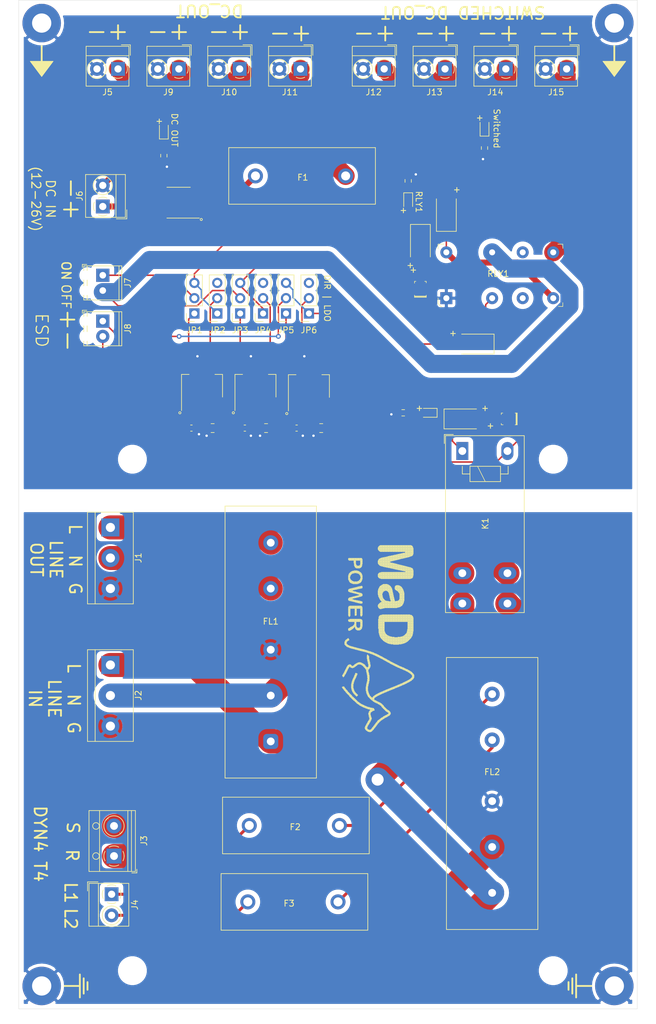
<source format=kicad_pcb>
(kicad_pcb (version 20171130) (host pcbnew "(5.1.9)-1")
  (layers (0 F.Cu signal) (31 B.Cu signal) (34 B.Paste user) (35 F.Paste user) (36 B.SilkS user) (37 F.SilkS user) (38 B.Mask user) (39 F.Mask user) (44 Edge.Cuts user))
  (net 0 "")
  (net 1 GND)
  (net 2 LDO_ON_IN)
  (net 3 LDO_OFF_IN)
  (net 4 LDO_AC_IN)
  (net 5 LDO_ON_OUT)
  (net 6 LDO_OFF_OUT)
  (net 7 LDO_AC_OUT)
  (net 8 "Net-(D1-Pad1)")
  (net 9 DC_IN_+)
  (net 10 DC_SW_+)
  (net 11 "Net-(D2-Pad1)")
  (net 12 Latch_DC)
  (net 13 "Net-(D3-Pad1)")
  (net 14 "Net-(D4-Pad2)")
  (net 15 "Net-(D4-Pad1)")
  (net 16 Coil_AC)
  (net 17 "Net-(D5-Pad2)")
  (net 18 Coil_DC)
  (net 19 "Net-(D7-Pad1)")
  (net 20 "Net-(D8-Pad1)")
  (net 21 Earth_Protective)
  (net 22 Neut_IN)
  (net 23 Line_IN)
  (net 24 Line_Servo)
  (net 25 Neut_Servo)
  (net 26 Neut_Fuse)
  (net 27 LIne_Fuse)
  (net 28 Neut_DC_PWR)
  (net 29 LIne_Logic)
  (net 30 Neut_Logic)
  (net 31 "Net-(J6-Pad1)")
  (net 32 SW_OFF)
  (net 33 SW_ON)
  (net 34 ESD_+)
  (net 35 ESD_-)
  (net 36 "Net-(JP2-Pad3)")
  (net 37 "Net-(JP4-Pad3)")
  (net 38 "Net-(JP6-Pad3)")
  (net 39 "Net-(F1-Pad1)")
  (net 40 "Net-(RLY1-Pad6)")
  (net 41 "Net-(RLY1-Pad11)")
  (net 42 Line_DC_PWR)
  (module MaD_Power_Board:LOGO (layer F.Cu) (at 136.144 99.06 270)
    (fp_text reference LOGO hide)
    (fp_text value "" (at 0 0 90) (layer F.SilkS) (effects (font (size 1.27 1.27))))
  )
  (module MountingHole:MountingHole_3.2mm_M3_Pad (layer F.Cu) (at 165.1 177.8)
    (fp_text reference H4 hide)
    (fp_text value MountingHole_Pad)
    (pad 1 thru_hole circle (at 0 0) (size 6.4 6.4) (drill 3.2) (layers *.Cu *.Mask) (net 21 Earth_Protective))
  )
  (module MountingHole:MountingHole_3.2mm_M3 (layer F.Cu) (at 154.94 175.26)
    (fp_text reference REF** hide)
    (fp_text value MountingHole_3.2mm_M3)
    (pad 1 np_thru_hole circle (at 0 0) (size 3.2 3.2) (drill 3.2) (layers *.Cu *.Mask))
  )
  (module MountingHole:MountingHole_3.2mm_M3 (layer F.Cu) (at 84.94 175.26)
    (fp_text reference REF** hide)
    (fp_text value MountingHole_3.2mm_M3)
    (pad 1 np_thru_hole circle (at 0 0) (size 3.2 3.2) (drill 3.2) (layers *.Cu *.Mask))
  )
  (module MountingHole:MountingHole_3.2mm_M3 (layer F.Cu) (at 84.94 90.26)
    (fp_text reference REF** hide)
    (fp_text value MountingHole_3.2mm_M3)
    (pad 1 np_thru_hole circle (at 0 0) (size 3.2 3.2) (drill 3.2) (layers *.Cu *.Mask))
  )
  (module MountingHole:MountingHole_3.2mm_M3 (layer F.Cu) (at 154.94 90.26)
    (fp_text reference REF** hide)
    (fp_text value MountingHole_3.2mm_M3)
    (pad 1 np_thru_hole circle (at 0 0) (size 3.2 3.2) (drill 3.2) (layers *.Cu *.Mask))
  )
  (module Capacitor_SMD:C_0603_1608Metric (layer F.Cu) (at 94.755 85.09)
    (fp_text reference C1 hide)
    (fp_text value 0.47uF)
    (pad 2 smd roundrect (at 0.775 0) (size 0.9 0.95) (layers F.Cu F.Paste F.Mask) (net 1 GND))
    (pad 1 smd roundrect (at -0.775 0) (size 0.9 0.95) (layers F.Cu F.Paste F.Mask) (net 2 LDO_ON_IN))
  )
  (module Capacitor_SMD:C_0603_1608Metric (layer F.Cu) (at 103.645 85.09)
    (fp_text reference C2 hide)
    (fp_text value 0.47uF)
    (pad 2 smd roundrect (at 0.775 0) (size 0.9 0.95) (layers F.Cu F.Paste F.Mask) (net 1 GND))
    (pad 1 smd roundrect (at -0.775 0) (size 0.9 0.95) (layers F.Cu F.Paste F.Mask) (net 3 LDO_OFF_IN))
  )
  (module Capacitor_SMD:C_0603_1608Metric (layer F.Cu) (at 112.255 85.09)
    (fp_text reference C3 hide)
    (fp_text value 0.47uF)
    (pad 1 smd roundrect (at -0.775 0) (size 0.9 0.95) (layers F.Cu F.Paste F.Mask) (net 4 LDO_AC_IN))
    (pad 2 smd roundrect (at 0.775 0) (size 0.9 0.95) (layers F.Cu F.Paste F.Mask) (net 1 GND))
  )
  (module LED_SMD:LED_0603_1608Metric (layer F.Cu) (at 90.17 35.56 90)
    (fp_text reference D1 hide)
    (fp_text value GRN)
    (pad 1 smd roundrect (at -0.7875 0 90) (size 0.875 0.95) (layers F.Cu F.Paste F.Mask) (net 8 "Net-(D1-Pad1)"))
    (pad 2 smd roundrect (at 0.7875 0 90) (size 0.875 0.95) (layers F.Cu F.Paste F.Mask) (net 9 DC_IN_+))
  )
  (module LED_SMD:LED_0603_1608Metric (layer F.Cu) (at 143.51 35.0775 90)
    (fp_text reference D2 hide)
    (fp_text value RED)
    (pad 2 smd roundrect (at 0.7875 0 90) (size 0.875 0.95) (layers F.Cu F.Paste F.Mask) (net 10 DC_SW_+))
    (pad 1 smd roundrect (at -0.7875 0 90) (size 0.875 0.95) (layers F.Cu F.Paste F.Mask) (net 11 "Net-(D2-Pad1)"))
  )
  (module Diode_SMD:D_SMA (layer F.Cu) (at 141.7 71.12 180)
    (fp_text reference D3 hide)
    (fp_text value "SS14 DO-214 AC (40V 1A)")
    (pad 2 smd rect (at 2 0 180) (size 2.5 1.8) (layers F.Cu F.Paste F.Mask) (net 12 Latch_DC))
    (pad 1 smd rect (at -2 0 180) (size 2.5 1.8) (layers F.Cu F.Paste F.Mask) (net 13 "Net-(D3-Pad1)"))
  )
  (module Diode_SMD:D_SMA (layer F.Cu) (at 132.842 54.642 270)
    (fp_text reference D4 hide)
    (fp_text value "SS14 DO-214 AC (40V 1A)")
    (pad 2 smd rect (at 2 0 270) (size 2.5 1.8) (layers F.Cu F.Paste F.Mask) (net 14 "Net-(D4-Pad2)"))
    (pad 1 smd rect (at -2 0 270) (size 2.5 1.8) (layers F.Cu F.Paste F.Mask) (net 15 "Net-(D4-Pad1)"))
  )
  (module Diode_SMD:D_SMA (layer F.Cu) (at 140.176 83.566)
    (fp_text reference D5 hide)
    (fp_text value "SS14 DO-214 AC (40V 1A)")
    (pad 1 smd rect (at -2 0) (size 2.5 1.8) (layers F.Cu F.Paste F.Mask) (net 16 Coil_AC))
    (pad 2 smd rect (at 2 0) (size 2.5 1.8) (layers F.Cu F.Paste F.Mask) (net 17 "Net-(D5-Pad2)"))
  )
  (module Diode_SMD:D_SMA (layer F.Cu) (at 137.16 48.99 90)
    (fp_text reference D6 hide)
    (fp_text value "SS14 DO-214 AC (40V 1A)")
    (pad 1 smd rect (at -2 0 90) (size 2.5 1.8) (layers F.Cu F.Paste F.Mask) (net 15 "Net-(D4-Pad1)"))
    (pad 2 smd rect (at 2 0 90) (size 2.5 1.8) (layers F.Cu F.Paste F.Mask) (net 18 Coil_DC))
  )
  (module LED_SMD:LED_0603_1608Metric (layer F.Cu) (at 130.81 47.4725 270)
    (fp_text reference D7 hide)
    (fp_text value BLU)
    (pad 2 smd roundrect (at 0.7875 0 270) (size 0.875 0.95) (layers F.Cu F.Paste F.Mask) (net 15 "Net-(D4-Pad1)"))
    (pad 1 smd roundrect (at -0.7875 0 270) (size 0.875 0.95) (layers F.Cu F.Paste F.Mask) (net 19 "Net-(D7-Pad1)"))
  )
  (module LED_SMD:LED_0603_1608Metric (layer F.Cu) (at 134.1375 82.55 180)
    (fp_text reference D8 hide)
    (fp_text value BLU)
    (pad 1 smd roundrect (at -0.7875 0 180) (size 0.875 0.95) (layers F.Cu F.Paste F.Mask) (net 20 "Net-(D8-Pad1)"))
    (pad 2 smd roundrect (at 0.7875 0 180) (size 0.875 0.95) (layers F.Cu F.Paste F.Mask) (net 16 Coil_AC))
  )
  (module Filter:Filter_Schaffner_FN406 (layer F.Cu) (at 107.95 137.16 180)
    (fp_text reference FL1 (at 0 19.939) (layer F.SilkS))
    (fp_text value FN406-1-02)
    (pad 5 thru_hole circle (at 0 33.02 180) (size 2.5 2.5) (drill 1.3) (layers *.Cu *.Mask) (net 42 Line_DC_PWR))
    (pad 4 thru_hole circle (at 0 25.4 180) (size 2.5 2.5) (drill 1.3) (layers *.Cu *.Mask) (net 28 Neut_DC_PWR))
    (pad 3 thru_hole circle (at 0 15.24 180) (size 2.5 2.5) (drill 1.3) (layers *.Cu *.Mask) (net 21 Earth_Protective))
    (pad 2 thru_hole circle (at 0 7.62 180) (size 2.5 2.5) (drill 1.3) (layers *.Cu *.Mask) (net 22 Neut_IN))
    (pad 1 thru_hole roundrect (at 0 0 180) (size 2.5 2.5) (drill 1.3) (layers *.Cu *.Mask) (net 23 Line_IN))
  )
  (module Filter:Filter_Schaffner_FN406 (layer F.Cu) (at 144.78 162.325 180)
    (fp_text reference FL2 (at 0 20.085) (layer F.SilkS))
    (fp_text value FN406-1-02)
    (pad 1 thru_hole roundrect (at 0 0 180) (size 2.5 2.5) (drill 1.3) (layers *.Cu *.Mask) (net 24 Line_Servo))
    (pad 2 thru_hole circle (at 0 7.62 180) (size 2.5 2.5) (drill 1.3) (layers *.Cu *.Mask) (net 25 Neut_Servo))
    (pad 3 thru_hole circle (at 0 15.24 180) (size 2.5 2.5) (drill 1.3) (layers *.Cu *.Mask) (net 21 Earth_Protective))
    (pad 4 thru_hole circle (at 0 25.4 180) (size 2.5 2.5) (drill 1.3) (layers *.Cu *.Mask) (net 26 Neut_Fuse))
    (pad 5 thru_hole circle (at 0 33.02 180) (size 2.5 2.5) (drill 1.3) (layers *.Cu *.Mask) (net 27 LIne_Fuse))
  )
  (module TerminalBlock:TerminalBlock_bornier-3_P5.08mm (layer F.Cu) (at 81.28 101.6 270)
    (fp_text reference J1 (at 5.05 -4.65 90) (layer F.SilkS))
    (fp_text value 5.08mmx1mm)
    (pad 3 thru_hole circle (at 10.16 0 270) (size 3 3) (drill 1.52) (layers *.Cu *.Mask) (net 21 Earth_Protective))
    (pad 2 thru_hole circle (at 5.08 0 270) (size 3 3) (drill 1.52) (layers *.Cu *.Mask) (net 28 Neut_DC_PWR))
    (pad 1 thru_hole rect (at 0 0 270) (size 3 3) (drill 1.52) (layers *.Cu *.Mask) (net 42 Line_DC_PWR))
  )
  (module TerminalBlock:TerminalBlock_bornier-3_P5.08mm (layer F.Cu) (at 81.28 124.46 270)
    (fp_text reference J2 (at 5.05 -4.65 90) (layer F.SilkS))
    (fp_text value 5.08mmx1mm)
    (pad 1 thru_hole rect (at 0 0 270) (size 3 3) (drill 1.52) (layers *.Cu *.Mask) (net 23 Line_IN))
    (pad 2 thru_hole circle (at 5.08 0 270) (size 3 3) (drill 1.52) (layers *.Cu *.Mask) (net 22 Neut_IN))
    (pad 3 thru_hole circle (at 10.16 0 270) (size 3 3) (drill 1.52) (layers *.Cu *.Mask) (net 21 Earth_Protective))
  )
  (module TerminalBlock_RND:TerminalBlock_RND_205-00012_1x02_P5.00mm_Horizontal (layer F.Cu) (at 81.88 156.21 90)
    (fp_text reference J3 (at 2.54 4.988 90) (layer F.SilkS))
    (fp_text value 5mmx1mm)
    (pad 1 thru_hole rect (at 0 0 90) (size 2.5 2.5) (drill 1.3) (layers *.Cu *.Mask) (net 24 Line_Servo))
    (pad 2 thru_hole circle (at 5 0 90) (size 2.5 2.5) (drill 1.3) (layers *.Cu *.Mask) (net 25 Neut_Servo))
  )
  (module TerminalBlock_MetzConnect:TerminalBlock_MetzConnect_Type059_RT06302HBWC_1x02_P3.50mm_Horizontal (layer F.Cu) (at 81.48 162.56 270)
    (fp_text reference J4 (at 1.75 -3.86 90) (layer F.SilkS))
    (fp_text value 3.5mmx1mm)
    (pad 1 thru_hole rect (at 0 0 270) (size 2.3 2.3) (drill 1.2) (layers *.Cu *.Mask) (net 29 LIne_Logic))
    (pad 2 thru_hole circle (at 3.5 0 270) (size 2.3 2.3) (drill 1.2) (layers *.Cu *.Mask) (net 30 Neut_Logic))
  )
  (module TerminalBlock_MetzConnect:TerminalBlock_MetzConnect_Type059_RT06302HBWC_1x02_P3.50mm_Horizontal (layer F.Cu) (at 82.55 25.4 180)
    (fp_text reference J5 (at 1.75 -3.86) (layer F.SilkS))
    (fp_text value 3.5mmx0.7mm)
    (pad 2 thru_hole circle (at 3.5 0 180) (size 2.3 2.3) (drill 1.2) (layers *.Cu *.Mask) (net 1 GND))
    (pad 1 thru_hole rect (at 0 0 180) (size 2.3 2.3) (drill 1.2) (layers *.Cu *.Mask) (net 9 DC_IN_+))
  )
  (module TerminalBlock_MetzConnect:TerminalBlock_MetzConnect_Type059_RT06302HBWC_1x02_P3.50mm_Horizontal (layer F.Cu) (at 80.01 48.26 90)
    (fp_text reference J6 (at 1.75 -3.86 90) (layer F.SilkS))
    (fp_text value 3.5mmx1mm)
    (pad 2 thru_hole circle (at 3.5 0 90) (size 2.3 2.3) (drill 1.2) (layers *.Cu *.Mask) (net 1 GND))
    (pad 1 thru_hole rect (at 0 0 90) (size 2.3 2.3) (drill 1.2) (layers *.Cu *.Mask) (net 31 "Net-(J6-Pad1)"))
  )
  (module TerminalBlock_Phoenix:TerminalBlock_Phoenix_MPT-0,5-2-2.54_1x02_P2.54mm_Horizontal (layer F.Cu) (at 80.01 59.69 270)
    (fp_text reference J7 (at 1.27 -4.16 90) (layer F.SilkS))
    (fp_text value 2.54mmx1mm)
    (pad "" np_thru_hole circle (at 2.54 2.54 270) (size 1.1 1.1) (drill 1.1) (layers *.Cu *.Mask))
    (pad 2 thru_hole circle (at 2.54 0 270) (size 2.2 2.2) (drill 1.1) (layers *.Cu *.Mask) (net 32 SW_OFF))
    (pad "" np_thru_hole circle (at 0 2.54 270) (size 1.1 1.1) (drill 1.1) (layers *.Cu *.Mask))
    (pad 1 thru_hole rect (at 0 0 270) (size 2.2 2.2) (drill 1.1) (layers *.Cu *.Mask) (net 33 SW_ON))
  )
  (module TerminalBlock_Phoenix:TerminalBlock_Phoenix_MPT-0,5-2-2.54_1x02_P2.54mm_Horizontal (layer F.Cu) (at 80.01 67.31 270)
    (fp_text reference J8 (at 1.27 -4.16 90) (layer F.SilkS))
    (fp_text value 2.54mmx1mm)
    (pad 1 thru_hole rect (at 0 0 270) (size 2.2 2.2) (drill 1.1) (layers *.Cu *.Mask) (net 34 ESD_+))
    (pad "" np_thru_hole circle (at 0 2.54 270) (size 1.1 1.1) (drill 1.1) (layers *.Cu *.Mask))
    (pad 2 thru_hole circle (at 2.54 0 270) (size 2.2 2.2) (drill 1.1) (layers *.Cu *.Mask) (net 35 ESD_-))
    (pad "" np_thru_hole circle (at 2.54 2.54 270) (size 1.1 1.1) (drill 1.1) (layers *.Cu *.Mask))
  )
  (module TerminalBlock_MetzConnect:TerminalBlock_MetzConnect_Type059_RT06302HBWC_1x02_P3.50mm_Horizontal (layer F.Cu) (at 92.665714 25.4 180)
    (fp_text reference J9 (at 1.75 -3.86) (layer F.SilkS))
    (fp_text value 3.5mmx0.7mm)
    (pad 1 thru_hole rect (at 0 0 180) (size 2.3 2.3) (drill 1.2) (layers *.Cu *.Mask) (net 9 DC_IN_+))
    (pad 2 thru_hole circle (at 3.5 0 180) (size 2.3 2.3) (drill 1.2) (layers *.Cu *.Mask) (net 1 GND))
  )
  (module TerminalBlock_MetzConnect:TerminalBlock_MetzConnect_Type059_RT06302HBWC_1x02_P3.50mm_Horizontal (layer F.Cu) (at 102.781428 25.4 180)
    (fp_text reference J10 (at 1.75 -3.86) (layer F.SilkS))
    (fp_text value 3.5mmx0.7mm)
    (pad 1 thru_hole rect (at 0 0 180) (size 2.3 2.3) (drill 1.2) (layers *.Cu *.Mask) (net 9 DC_IN_+))
    (pad 2 thru_hole circle (at 3.5 0 180) (size 2.3 2.3) (drill 1.2) (layers *.Cu *.Mask) (net 1 GND))
  )
  (module TerminalBlock_MetzConnect:TerminalBlock_MetzConnect_Type059_RT06302HBWC_1x02_P3.50mm_Horizontal (layer F.Cu) (at 112.897142 25.4 180)
    (fp_text reference J11 (at 1.75 -3.86) (layer F.SilkS))
    (fp_text value 3.5mmx0.7mm)
    (pad 2 thru_hole circle (at 3.5 0 180) (size 2.3 2.3) (drill 1.2) (layers *.Cu *.Mask) (net 1 GND))
    (pad 1 thru_hole rect (at 0 0 180) (size 2.3 2.3) (drill 1.2) (layers *.Cu *.Mask) (net 9 DC_IN_+))
  )
  (module TerminalBlock_MetzConnect:TerminalBlock_MetzConnect_Type059_RT06302HBWC_1x02_P3.50mm_Horizontal (layer F.Cu) (at 126.822856 25.4 180)
    (fp_text reference J12 (at 1.75 -3.86) (layer F.SilkS))
    (fp_text value 3.5mmx0.7mm)
    (pad 2 thru_hole circle (at 3.5 0 180) (size 2.3 2.3) (drill 1.2) (layers *.Cu *.Mask) (net 1 GND))
    (pad 1 thru_hole rect (at 0 0 180) (size 2.3 2.3) (drill 1.2) (layers *.Cu *.Mask) (net 10 DC_SW_+))
  )
  (module TerminalBlock_MetzConnect:TerminalBlock_MetzConnect_Type059_RT06302HBWC_1x02_P3.50mm_Horizontal (layer F.Cu) (at 136.93857 25.4 180)
    (fp_text reference J13 (at 1.75 -3.86) (layer F.SilkS))
    (fp_text value 3.5mmx0.7mm)
    (pad 1 thru_hole rect (at 0 0 180) (size 2.3 2.3) (drill 1.2) (layers *.Cu *.Mask) (net 10 DC_SW_+))
    (pad 2 thru_hole circle (at 3.5 0 180) (size 2.3 2.3) (drill 1.2) (layers *.Cu *.Mask) (net 1 GND))
  )
  (module TerminalBlock_MetzConnect:TerminalBlock_MetzConnect_Type059_RT06302HBWC_1x02_P3.50mm_Horizontal (layer F.Cu) (at 147.054284 25.4 180)
    (fp_text reference J14 (at 1.75 -3.86) (layer F.SilkS))
    (fp_text value 3.5mmx0.7mm)
    (pad 2 thru_hole circle (at 3.5 0 180) (size 2.3 2.3) (drill 1.2) (layers *.Cu *.Mask) (net 1 GND))
    (pad 1 thru_hole rect (at 0 0 180) (size 2.3 2.3) (drill 1.2) (layers *.Cu *.Mask) (net 10 DC_SW_+))
  )
  (module TerminalBlock_MetzConnect:TerminalBlock_MetzConnect_Type059_RT06302HBWC_1x02_P3.50mm_Horizontal (layer F.Cu) (at 157.17 25.4 180)
    (fp_text reference J15 (at 1.75 -3.86) (layer F.SilkS))
    (fp_text value 3.5mmx0.7mm)
    (pad 1 thru_hole rect (at 0 0 180) (size 2.3 2.3) (drill 1.2) (layers *.Cu *.Mask) (net 10 DC_SW_+))
    (pad 2 thru_hole circle (at 3.5 0 180) (size 2.3 2.3) (drill 1.2) (layers *.Cu *.Mask) (net 1 GND))
  )
  (module Connector_PinSocket_2.54mm:PinSocket_1x03_P2.54mm_Vertical (layer F.Cu) (at 95.25 66.04 180)
    (fp_text reference JP1 (at 0 -2.77) (layer F.SilkS))
    (fp_text value Jumper_Ganged)
    (pad 1 thru_hole rect (at 0 0 180) (size 1.7 1.7) (drill 1) (layers *.Cu *.Mask) (net 2 LDO_ON_IN))
    (pad 2 thru_hole oval (at 0 2.54 180) (size 1.7 1.7) (drill 1) (layers *.Cu *.Mask) (net 33 SW_ON))
    (pad 3 thru_hole oval (at 0 5.08 180) (size 1.7 1.7) (drill 1) (layers *.Cu *.Mask) (net 18 Coil_DC))
  )
  (module Connector_PinSocket_2.54mm:PinSocket_1x03_P2.54mm_Vertical (layer F.Cu) (at 99.06 66.04 180)
    (fp_text reference JP2 (at 0 -2.77) (layer F.SilkS))
    (fp_text value Jumper_Ganged)
    (pad 3 thru_hole oval (at 0 5.08 180) (size 1.7 1.7) (drill 1) (layers *.Cu *.Mask) (net 36 "Net-(JP2-Pad3)"))
    (pad 2 thru_hole oval (at 0 2.54 180) (size 1.7 1.7) (drill 1) (layers *.Cu *.Mask) (net 5 LDO_ON_OUT))
    (pad 1 thru_hole rect (at 0 0 180) (size 1.7 1.7) (drill 1) (layers *.Cu *.Mask) (net 18 Coil_DC))
  )
  (module Connector_PinSocket_2.54mm:PinSocket_1x03_P2.54mm_Vertical (layer F.Cu) (at 102.87 66.04 180)
    (fp_text reference JP3 (at 0 -2.77) (layer F.SilkS))
    (fp_text value Jumper_Ganged)
    (pad 1 thru_hole rect (at 0 0 180) (size 1.7 1.7) (drill 1) (layers *.Cu *.Mask) (net 3 LDO_OFF_IN))
    (pad 2 thru_hole oval (at 0 2.54 180) (size 1.7 1.7) (drill 1) (layers *.Cu *.Mask) (net 32 SW_OFF))
    (pad 3 thru_hole oval (at 0 5.08 180) (size 1.7 1.7) (drill 1) (layers *.Cu *.Mask) (net 12 Latch_DC))
  )
  (module Connector_PinSocket_2.54mm:PinSocket_1x03_P2.54mm_Vertical (layer F.Cu) (at 106.68 66.04 180)
    (fp_text reference JP4 (at 0 -2.77) (layer F.SilkS))
    (fp_text value Jumper_Ganged)
    (pad 3 thru_hole oval (at 0 5.08 180) (size 1.7 1.7) (drill 1) (layers *.Cu *.Mask) (net 37 "Net-(JP4-Pad3)"))
    (pad 2 thru_hole oval (at 0 2.54 180) (size 1.7 1.7) (drill 1) (layers *.Cu *.Mask) (net 6 LDO_OFF_OUT))
    (pad 1 thru_hole rect (at 0 0 180) (size 1.7 1.7) (drill 1) (layers *.Cu *.Mask) (net 12 Latch_DC))
  )
  (module Connector_PinSocket_2.54mm:PinSocket_1x03_P2.54mm_Vertical (layer F.Cu) (at 110.49 66.04 180)
    (fp_text reference JP5 (at 0 -2.77) (layer F.SilkS))
    (fp_text value Jumper_Ganged)
    (pad 3 thru_hole oval (at 0 5.08 180) (size 1.7 1.7) (drill 1) (layers *.Cu *.Mask) (net 16 Coil_AC))
    (pad 2 thru_hole oval (at 0 2.54 180) (size 1.7 1.7) (drill 1) (layers *.Cu *.Mask) (net 34 ESD_+))
    (pad 1 thru_hole rect (at 0 0 180) (size 1.7 1.7) (drill 1) (layers *.Cu *.Mask) (net 4 LDO_AC_IN))
  )
  (module Connector_PinSocket_2.54mm:PinSocket_1x03_P2.54mm_Vertical (layer F.Cu) (at 114.3 66.04 180)
    (fp_text reference JP6 (at 0 -2.77) (layer F.SilkS))
    (fp_text value Jumper_Ganged)
    (pad 1 thru_hole rect (at 0 0 180) (size 1.7 1.7) (drill 1) (layers *.Cu *.Mask) (net 16 Coil_AC))
    (pad 2 thru_hole oval (at 0 2.54 180) (size 1.7 1.7) (drill 1) (layers *.Cu *.Mask) (net 7 LDO_AC_OUT))
    (pad 3 thru_hole oval (at 0 5.08 180) (size 1.7 1.7) (drill 1) (layers *.Cu *.Mask) (net 38 "Net-(JP6-Pad3)"))
  )
  (module Relay_THT:Relay_DPST_Schrack-RT2-FormA_RM5mm (layer F.Cu) (at 139.82 88.9 270)
    (fp_text reference K1 (at 12.065 -3.817 90) (layer F.SilkS))
    (fp_text value "Schrack RTE44012")
    (pad A1 thru_hole rect (at 0 0 90) (size 3 2) (drill 1.3) (layers *.Cu *.Mask) (net 16 Coil_AC))
    (pad A2 thru_hole oval (at 0 -7.5 90) (size 3 2) (drill 1.3) (layers *.Cu *.Mask) (net 35 ESD_-))
    (pad 11 thru_hole oval (at 20.3 0 90) (size 2 3) (drill 1.3) (layers *.Cu *.Mask) (net 23 Line_IN))
    (pad 24 thru_hole oval (at 25.34 -7.5 90) (size 2 3) (drill 1.3) (layers *.Cu *.Mask) (net 25 Neut_Servo))
    (pad 21 thru_hole oval (at 20.3 -7.5 90) (size 2 3) (drill 1.3) (layers *.Cu *.Mask) (net 22 Neut_IN))
    (pad 14 thru_hole oval (at 25.34 0 90) (size 2 3) (drill 1.3) (layers *.Cu *.Mask) (net 24 Line_Servo))
  )
  (module Resistor_SMD:R_0603_1608Metric (layer F.Cu) (at 90.17 39.815 270)
    (fp_text reference R1 hide)
    (fp_text value 1k)
    (pad 2 smd roundrect (at 0.825 0 270) (size 0.8 0.95) (layers F.Cu F.Paste F.Mask) (net 1 GND))
    (pad 1 smd roundrect (at -0.825 0 270) (size 0.8 0.95) (layers F.Cu F.Paste F.Mask) (net 8 "Net-(D1-Pad1)"))
  )
  (module Resistor_SMD:R_0603_1608Metric (layer F.Cu) (at 143.51 38.545 270)
    (fp_text reference R2 hide)
    (fp_text value 1k)
    (pad 1 smd roundrect (at -0.825 0 270) (size 0.8 0.95) (layers F.Cu F.Paste F.Mask) (net 11 "Net-(D2-Pad1)"))
    (pad 2 smd roundrect (at 0.825 0 270) (size 0.8 0.95) (layers F.Cu F.Paste F.Mask) (net 1 GND))
  )
  (module Resistor_SMD:R_0603_1608Metric (layer F.Cu) (at 130.81 44.005 90)
    (fp_text reference R3 hide)
    (fp_text value 1k)
    (pad 2 smd roundrect (at 0.825 0 90) (size 0.8 0.95) (layers F.Cu F.Paste F.Mask) (net 1 GND))
    (pad 1 smd roundrect (at -0.825 0 90) (size 0.8 0.95) (layers F.Cu F.Paste F.Mask) (net 19 "Net-(D7-Pad1)"))
  )
  (module Resistor_SMD:R_0603_1608Metric (layer F.Cu) (at 129.985 82.55 180)
    (fp_text reference R4 hide)
    (fp_text value 1k)
    (pad 1 smd roundrect (at -0.825 0 180) (size 0.8 0.95) (layers F.Cu F.Paste F.Mask) (net 20 "Net-(D8-Pad1)"))
    (pad 2 smd roundrect (at 0.825 0 180) (size 0.8 0.95) (layers F.Cu F.Paste F.Mask) (net 1 GND))
  )
  (module Package_SO:SOP-8_3.9x4.9mm_P1.27mm (layer F.Cu) (at 92.625 47.625 180)
    (fp_text reference U2 hide)
    (fp_text value APM4953)
    (pad 1 smd roundrect (at -2.625 -1.905 180) (size 1.65 0.6) (layers F.Cu F.Paste F.Mask) (net 39 "Net-(F1-Pad1)"))
    (pad 2 smd roundrect (at -2.625 -0.635 180) (size 1.65 0.6) (layers F.Cu F.Paste F.Mask) (net 1 GND))
    (pad 3 smd roundrect (at -2.625 0.635 180) (size 1.65 0.6) (layers F.Cu F.Paste F.Mask))
    (pad 4 smd roundrect (at -2.625 1.905 180) (size 1.65 0.6) (layers F.Cu F.Paste F.Mask))
    (pad 5 smd roundrect (at 2.625 1.905 180) (size 1.65 0.6) (layers F.Cu F.Paste F.Mask))
    (pad 6 smd roundrect (at 2.625 0.635 180) (size 1.65 0.6) (layers F.Cu F.Paste F.Mask))
    (pad 7 smd roundrect (at 2.625 -0.635 180) (size 1.65 0.6) (layers F.Cu F.Paste F.Mask) (net 31 "Net-(J6-Pad1)"))
    (pad 8 smd roundrect (at 2.625 -1.905 180) (size 1.65 0.6) (layers F.Cu F.Paste F.Mask) (net 31 "Net-(J6-Pad1)"))
  )
  (module Package_TO_SOT_SMD:SOT-223-3_TabPin2 (layer F.Cu) (at 96.52 78.08 90)
    (fp_text reference U3 hide)
    (fp_text value LM2940G-12V-AA3-R)
    (pad 2 smd rect (at 3.15 0 90) (size 2 3.8) (layers F.Cu F.Paste F.Mask) (net 1 GND))
    (pad 2 smd rect (at -3.15 0 90) (size 2 1.5) (layers F.Cu F.Paste F.Mask) (net 1 GND))
    (pad 3 smd rect (at -3.15 2.3 90) (size 2 1.5) (layers F.Cu F.Paste F.Mask) (net 5 LDO_ON_OUT))
    (pad 1 smd rect (at -3.15 -2.3 90) (size 2 1.5) (layers F.Cu F.Paste F.Mask) (net 2 LDO_ON_IN))
  )
  (module Package_TO_SOT_SMD:SOT-223-3_TabPin2 (layer F.Cu) (at 105.41 78.08 90)
    (fp_text reference U4 hide)
    (fp_text value LM2940G-12V-AA3-R)
    (pad 2 smd rect (at 3.15 0 90) (size 2 3.8) (layers F.Cu F.Paste F.Mask) (net 1 GND))
    (pad 2 smd rect (at -3.15 0 90) (size 2 1.5) (layers F.Cu F.Paste F.Mask) (net 1 GND))
    (pad 3 smd rect (at -3.15 2.3 90) (size 2 1.5) (layers F.Cu F.Paste F.Mask) (net 6 LDO_OFF_OUT))
    (pad 1 smd rect (at -3.15 -2.3 90) (size 2 1.5) (layers F.Cu F.Paste F.Mask) (net 3 LDO_OFF_IN))
  )
  (module Package_TO_SOT_SMD:SOT-223-3_TabPin2 (layer F.Cu) (at 114.3 78.13 90)
    (fp_text reference U5 hide)
    (fp_text value LM2940G-12V-AA3-R)
    (pad 1 smd rect (at -3.15 -2.3 90) (size 2 1.5) (layers F.Cu F.Paste F.Mask) (net 4 LDO_AC_IN))
    (pad 3 smd rect (at -3.15 2.3 90) (size 2 1.5) (layers F.Cu F.Paste F.Mask) (net 7 LDO_AC_OUT))
    (pad 2 smd rect (at -3.15 0 90) (size 2 1.5) (layers F.Cu F.Paste F.Mask) (net 1 GND))
    (pad 2 smd rect (at 3.15 0 90) (size 2 3.8) (layers F.Cu F.Paste F.Mask) (net 1 GND))
  )
  (module digikey-footprints:Relay_THT_G5V-2 (layer F.Cu) (at 137.16 63.5)
    (fp_text reference RLY1 (at 8.636 -4.064) (layer F.SilkS))
    (fp_text value "Axicom V23105A5003A201")
    (pad 1 thru_hole rect (at 0 0) (size 2 2) (drill 1) (layers *.Cu *.Mask) (net 1 GND))
    (pad 16 thru_hole circle (at 0 -7.62) (size 2 2) (drill 1) (layers *.Cu *.Mask) (net 15 "Net-(D4-Pad1)"))
    (pad 4 thru_hole circle (at 7.62 0) (size 2 2) (drill 1) (layers *.Cu *.Mask) (net 13 "Net-(D3-Pad1)"))
    (pad 6 thru_hole circle (at 12.7 0) (size 2 2) (drill 1) (layers *.Cu *.Mask) (net 40 "Net-(RLY1-Pad6)"))
    (pad 8 thru_hole circle (at 17.78 0) (size 2 2) (drill 1) (layers *.Cu *.Mask) (net 15 "Net-(D4-Pad1)"))
    (pad 13 thru_hole circle (at 7.62 -7.62) (size 2 2) (drill 1) (layers *.Cu *.Mask) (net 32 SW_OFF))
    (pad 11 thru_hole circle (at 12.7 -7.62) (size 2 2) (drill 1) (layers *.Cu *.Mask) (net 41 "Net-(RLY1-Pad11)"))
    (pad 9 thru_hole circle (at 17.78 -7.62) (size 2 2) (drill 1) (layers *.Cu *.Mask) (net 10 DC_SW_+))
  )
  (module digikey-footprints:SOD-123 (layer F.Cu) (at 132.842 62.027 90)
    (fp_text reference Z1 hide)
    (fp_text value "MM1Z15 SOD-123")
    (pad K smd rect (at -1.575 0 90) (size 0.9 0.95) (layers F.Cu F.Paste F.Mask) (net 1 GND))
    (pad A smd rect (at 1.575 0 90) (size 0.9 0.95) (layers F.Cu F.Paste F.Mask) (net 14 "Net-(D4-Pad2)"))
  )
  (module digikey-footprints:SOD-123 (layer F.Cu) (at 147.625 83.566 180)
    (fp_text reference Z2 hide)
    (fp_text value "MM1Z15 SOD-123")
    (pad A smd rect (at 1.575 0 180) (size 0.9 0.95) (layers F.Cu F.Paste F.Mask) (net 17 "Net-(D5-Pad2)"))
    (pad K smd rect (at -1.575 0 180) (size 0.9 0.95) (layers F.Cu F.Paste F.Mask) (net 35 ESD_-))
  )
  (module MaD_Power_Board:732-11374-ND (layer F.Cu) (at 125.363 43.18 180)
    (fp_text reference F1 (at 12.079 -0.254) (layer F.SilkS))
    (fp_text value "Wurth 696106003002‎")
    (pad 1 thru_hole circle (at 19.953 0 180) (size 2.5 2.5) (drill 1.5) (layers *.Cu *.Mask) (net 39 "Net-(F1-Pad1)"))
    (pad 2 thru_hole circle (at 4.953 0 180) (size 2.5 2.5) (drill 1.5) (layers *.Cu *.Mask) (net 9 DC_IN_+))
  )
  (module MaD_Power_Board:732-11374-ND (layer F.Cu) (at 124.333 151.13 180)
    (fp_text reference F2 (at 12.319 -0.254) (layer F.SilkS))
    (fp_text value "Wurth 696106003002‎ (15mm x 1.5mm)")
    (pad 1 thru_hole circle (at 19.953 0 180) (size 2.5 2.5) (drill 1.5) (layers *.Cu *.Mask) (net 29 LIne_Logic))
    (pad 2 thru_hole circle (at 4.953 0 180) (size 2.5 2.5) (drill 1.5) (layers *.Cu *.Mask) (net 27 LIne_Fuse))
  )
  (module MaD_Power_Board:732-11374-ND (layer F.Cu) (at 124.093 163.83 180)
    (fp_text reference F3 (at 13.095 -0.254) (layer F.SilkS))
    (fp_text value "Wurth 696106003002‎ (15mm x 1.5mm)")
    (pad 2 thru_hole circle (at 4.953 0 180) (size 2.5 2.5) (drill 1.5) (layers *.Cu *.Mask) (net 26 Neut_Fuse))
    (pad 1 thru_hole circle (at 19.953 0 180) (size 2.5 2.5) (drill 1.5) (layers *.Cu *.Mask) (net 30 Neut_Logic))
  )
  (module MountingHole:MountingHole_3.2mm_M3_Pad (layer F.Cu) (at 69.85 17.78)
    (fp_text reference H1 hide)
    (fp_text value MountingHole_Pad)
    (pad 1 thru_hole circle (at 0 0) (size 6.4 6.4) (drill 3.2) (layers *.Cu *.Mask) (net 1 GND))
  )
  (module MountingHole:MountingHole_3.2mm_M3_Pad (layer F.Cu) (at 165.1 17.78)
    (fp_text reference H2 hide)
    (fp_text value MountingHole_Pad)
    (pad 1 thru_hole circle (at 0 0) (size 6.4 6.4) (drill 3.2) (layers *.Cu *.Mask) (net 1 GND))
  )
  (module MountingHole:MountingHole_3.2mm_M3_Pad (layer F.Cu) (at 69.85 177.8)
    (fp_text reference H3 hide)
    (fp_text value MountingHole_Pad)
    (pad 1 thru_hole circle (at 0 0) (size 6.4 6.4) (drill 3.2) (layers *.Cu *.Mask) (net 21 Earth_Protective))
  )
  (module Capacitor_SMD:C_0805_2012Metric (layer F.Cu) (at 98.285 85.09 180)
    (fp_text reference C4 hide)
    (fp_text value 22uF)
    (pad 1 smd roundrect (at -0.95 0 180) (size 1 1.45) (layers F.Cu F.Paste F.Mask) (net 5 LDO_ON_OUT))
    (pad 2 smd roundrect (at 0.95 0 180) (size 1 1.45) (layers F.Cu F.Paste F.Mask) (net 1 GND))
  )
  (module Capacitor_SMD:C_0805_2012Metric (layer F.Cu) (at 107.175 85.09 180)
    (fp_text reference C5 hide)
    (fp_text value 22uF)
    (pad 2 smd roundrect (at 0.95 0 180) (size 1 1.45) (layers F.Cu F.Paste F.Mask) (net 1 GND))
    (pad 1 smd roundrect (at -0.95 0 180) (size 1 1.45) (layers F.Cu F.Paste F.Mask) (net 6 LDO_OFF_OUT))
  )
  (module Capacitor_SMD:C_0805_2012Metric (layer F.Cu) (at 116.345 85.09 180)
    (fp_text reference C6 hide)
    (fp_text value 22uF)
    (pad 1 smd roundrect (at -0.95 0 180) (size 1 1.45) (layers F.Cu F.Paste F.Mask) (net 7 LDO_AC_OUT))
    (pad 2 smd roundrect (at 0.95 0 180) (size 1 1.45) (layers F.Cu F.Paste F.Mask) (net 1 GND))
  )
  (gr_circle (center 96.393 50.419) (end 96.52 50.546) (layer F.SilkS) (width 0.12))
  (gr_circle (center 110.617 82.677) (end 110.744 82.804) (layer F.SilkS) (width 0.12))
  (gr_circle (center 101.727 82.55) (end 101.854 82.677) (layer F.SilkS) (width 0.12))
  (gr_circle (center 92.837 82.55) (end 92.964 82.677) (layer F.SilkS) (width 0.12))
  (gr_text + (at 144.494 84.665) (layer F.SilkS) (effects (font (size 1 1))))
  (gr_text + (at 143.605 81.744) (layer F.SilkS) (effects (font (size 1 1))))
  (gr_text + (at 132.683 81.744) (layer F.SilkS) (effects (font (size 1 1))))
  (gr_text + (at 138.271 69.298) (layer F.SilkS) (effects (font (size 1 1))))
  (gr_text + (at 131.667 58.757) (layer F.SilkS) (effects (font (size 1 1))))
  (gr_text + (at 131.159 57.995) (layer F.SilkS) (effects (font (size 1 1))))
  (gr_text + (at 130.016 48.851) (layer F.SilkS) (effects (font (size 1 1))))
  (gr_text + (at 138.906 45.422) (layer F.SilkS) (effects (font (size 1 1))))
  (gr_text + (at 142.716 33.484) (layer F.SilkS) (effects (font (size 1 1))))
  (gr_text + (at 89.408 34.036) (layer F.SilkS) (effects (font (size 1 1))))
  (gr_line (start 157.48 177.165) (end 157.48 178.435) (layer F.SilkS) (width 0.3))
  (gr_line (start 158.75 175.895) (end 158.75 179.705) (layer F.SilkS) (width 0.3))
  (gr_line (start 158.115 176.53) (end 158.115 179.07) (layer F.SilkS) (width 0.3))
  (gr_line (start 161.29 177.8) (end 158.75 177.8) (layer F.SilkS) (width 0.3))
  (gr_line (start 77.47 178.435) (end 77.47 177.165) (layer F.SilkS) (width 0.3))
  (gr_line (start 76.835 179.07) (end 76.835 176.53) (layer F.SilkS) (width 0.3))
  (gr_line (start 76.2 179.705) (end 76.2 175.895) (layer F.SilkS) (width 0.3))
  (gr_line (start 73.66 177.8) (end 76.2 177.8) (layer F.SilkS) (width 0.3))
  (gr_line (start 165.1 21.59) (end 165.1 24.13) (layer F.SilkS) (width 0.3))
  (gr_poly (pts (xy 165.1 26.67) (xy 163.195 24.13) (xy 167.005 24.13)) (layer F.SilkS) (width 0.1))
  (gr_poly (pts (xy 69.85 26.67) (xy 67.945 24.13) (xy 71.755 24.13)) (layer F.SilkS) (width 0.1))
  (gr_line (start 69.85 21.59) (end 69.85 24.13) (layer F.SilkS) (width 0.3))
  (gr_text "DIR | LDO" (at 117.348 63.5 270) (layer F.SilkS) (effects (font (size 1 1))))
  (gr_text RLY1 (at 132.588 47.498 270) (layer F.SilkS) (effects (font (size 1 1))))
  (gr_text Switched (at 145.542 35.306 270) (layer F.SilkS) (effects (font (size 1 1))))
  (gr_text "DC OUT" (at 91.948 35.56 270) (layer F.SilkS) (effects (font (size 1 1))))
  (gr_text "DYN4 T4" (at 69.596 154.178 -90) (layer F.SilkS) (effects (font (size 2 2) (thickness 0.3))))
  (gr_text L2 (at 74.676 166.624 -90) (layer F.SilkS) (effects (font (size 2 2) (thickness 0.3))))
  (gr_text L1 (at 74.676 162.306 -90) (layer F.SilkS) (effects (font (size 2 2) (thickness 0.3))))
  (gr_text S (at 75.057 151.511 -90) (layer F.SilkS) (effects (font (size 2 2) (thickness 0.3))))
  (gr_text R (at 74.93 156.083 -90) (layer F.SilkS) (effects (font (size 2 2) (thickness 0.3))))
  (gr_text N (at 75.184 130.302 270) (layer F.SilkS) (effects (font (size 2 2) (thickness 0.3))))
  (gr_text L (at 75.184 124.968 270) (layer F.SilkS) (effects (font (size 2 2) (thickness 0.3))))
  (gr_text G (at 75.184 134.874 270) (layer F.SilkS) (effects (font (size 2 2) (thickness 0.3))))
  (gr_text "LINE\nIN" (at 70.358 130.048 -90) (layer F.SilkS) (effects (font (size 2 2) (thickness 0.3))))
  (gr_text G (at 75.438 111.76 270) (layer F.SilkS) (effects (font (size 2 2) (thickness 0.3))))
  (gr_text N (at 75.438 107.188 270) (layer F.SilkS) (effects (font (size 2 2) (thickness 0.3))))
  (gr_text L (at 75.438 101.854 270) (layer F.SilkS) (effects (font (size 2 2) (thickness 0.3))))
  (gr_text "LINE\nOUT" (at 70.612 106.934 -90) (layer F.SilkS) (effects (font (size 2 2) (thickness 0.3))))
  (gr_text ESD (at 69.85 68.834 270) (layer F.SilkS) (effects (font (size 2 2) (thickness 0.2))))
  (gr_text + (at 73.914 67.056 90) (layer F.SilkS) (effects (font (size 3 3) (thickness 0.3))))
  (gr_text - (at 73.914 70.612 90) (layer F.SilkS) (effects (font (size 3 3) (thickness 0.3))))
  (gr_text OFF (at 73.914 63.246 -90) (layer F.SilkS) (effects (font (size 1.5 1.5) (thickness 0.2))))
  (gr_text ON (at 73.914 58.928 -90) (layer F.SilkS) (effects (font (size 1.5 1.5) (thickness 0.25))))
  (gr_text "DC IN\n(12-26V)" (at 70.104 46.99 -90) (layer F.SilkS) (effects (font (size 1.5 1.5) (thickness 0.2))))
  (gr_text - (at 74.93 45.212 270) (layer F.SilkS) (effects (font (size 3 3) (thickness 0.3))))
  (gr_text + (at 74.93 48.768 270) (layer F.SilkS) (effects (font (size 3 3) (thickness 0.3))))
  (gr_text DC_OUT (at 97.79 15.748 180) (layer F.SilkS) (effects (font (size 2 2) (thickness 0.3))))
  (gr_text "SWITCHED DC_OUT" (at 139.954 16.002 180) (layer F.SilkS) (effects (font (size 2 2) (thickness 0.3))))
  (gr_text - (at 154.178 19.304) (layer F.SilkS) (effects (font (size 3 3) (thickness 0.3))))
  (gr_text + (at 157.734 19.304) (layer F.SilkS) (effects (font (size 3 3) (thickness 0.3))))
  (gr_text - (at 144.018 19.304) (layer F.SilkS) (effects (font (size 3 3) (thickness 0.3))))
  (gr_text + (at 147.574 19.304) (layer F.SilkS) (effects (font (size 3 3) (thickness 0.3))))
  (gr_text - (at 133.604 19.304) (layer F.SilkS) (effects (font (size 3 3) (thickness 0.3))))
  (gr_text + (at 137.16 19.304) (layer F.SilkS) (effects (font (size 3 3) (thickness 0.3))))
  (gr_text - (at 123.444 19.304) (layer F.SilkS) (effects (font (size 3 3) (thickness 0.3))))
  (gr_text + (at 127 19.304) (layer F.SilkS) (effects (font (size 3 3) (thickness 0.3))))
  (gr_text - (at 109.474 19.304) (layer F.SilkS) (effects (font (size 3 3) (thickness 0.3))))
  (gr_text + (at 113.03 19.304) (layer F.SilkS) (effects (font (size 3 3) (thickness 0.3))))
  (gr_text - (at 99.314 19.05) (layer F.SilkS) (effects (font (size 3 3) (thickness 0.3))))
  (gr_text + (at 102.87 19.05) (layer F.SilkS) (effects (font (size 3 3) (thickness 0.3))))
  (gr_text - (at 89.154 19.05) (layer F.SilkS) (effects (font (size 3 3) (thickness 0.3))))
  (gr_text + (at 92.71 19.05) (layer F.SilkS) (effects (font (size 3 3) (thickness 0.3))))
  (gr_text - (at 78.994 19.05) (layer F.SilkS) (effects (font (size 3 3) (thickness 0.3))))
  (gr_text + (at 82.55 19.05) (layer F.SilkS) (effects (font (size 3 3) (thickness 0.3))))
  (gr_line (start 66.04 181.61) (end 66.04 13.97) (layer Edge.Cuts) (width 0.05))
  (gr_line (start 168.91 181.61) (end 66.04 181.61) (layer Edge.Cuts) (width 0.05))
  (gr_line (start 168.91 13.97) (end 168.91 181.61) (layer Edge.Cuts) (width 0.05))
  (gr_line (start 66.04 13.97) (end 168.91 13.97) (layer Edge.Cuts) (width 0.05))
  (segment (start 96.52 84.1) (end 95.53 85.09) (width 0.25) (layer F.Cu) (net 1))
  (segment (start 96.52 84.1) (end 97.51 85.09) (width 0.25) (layer F.Cu) (net 1))
  (segment (start 96.52 81.23) (end 96.52 84.1) (width 0.25) (layer F.Cu) (net 1))
  (segment (start 105.41 84.1) (end 104.42 85.09) (width 0.25) (layer F.Cu) (net 1))
  (segment (start 105.41 84.1) (end 106.4 85.09) (width 0.25) (layer F.Cu) (net 1))
  (segment (start 105.41 81.23) (end 105.41 84.1) (width 0.25) (layer F.Cu) (net 1))
  (segment (start 114.3 83.82) (end 113.03 85.09) (width 0.25) (layer F.Cu) (net 1))
  (segment (start 114.3 83.82) (end 115.57 85.09) (width 0.25) (layer F.Cu) (net 1))
  (segment (start 114.3 81.28) (end 114.3 83.82) (width 0.25) (layer F.Cu) (net 1))
  (segment (start 96.52 81.23) (end 96.52 74.93) (width 0.25) (layer F.Cu) (net 1))
  (segment (start 105.41 74.93) (end 105.41 81.23) (width 0.25) (layer F.Cu) (net 1))
  (via (at 96.012 86.106) (size 0.8) (drill 0.4) (layers F.Cu B.Cu) (net 1))
  (via (at 97.282 86.36) (size 0.8) (drill 0.4) (layers F.Cu B.Cu) (net 1))
  (via (at 104.648 86.36) (size 0.8) (drill 0.4) (layers F.Cu B.Cu) (net 1))
  (via (at 106.172 86.36) (size 0.8) (drill 0.4) (layers F.Cu B.Cu) (net 1))
  (via (at 113.284 86.36) (size 0.8) (drill 0.4) (layers F.Cu B.Cu) (net 1))
  (via (at 115.062 86.36) (size 0.8) (drill 0.4) (layers F.Cu B.Cu) (net 1))
  (via (at 113.538 73.152) (size 0.8) (drill 0.4) (layers F.Cu B.Cu) (net 1))
  (via (at 143.256 40.386) (size 0.8) (drill 0.4) (layers F.Cu B.Cu) (net 1))
  (via (at 132.08 42.926) (size 0.8) (drill 0.4) (layers F.Cu B.Cu) (net 1))
  (segment (start 143.51 40.132) (end 143.256 40.386) (width 0.25) (layer F.Cu) (net 1))
  (segment (start 143.51 39.37) (end 143.51 40.132) (width 0.25) (layer F.Cu) (net 1))
  (segment (start 131.826 43.18) (end 132.08 42.926) (width 0.25) (layer F.Cu) (net 1))
  (segment (start 130.81 43.18) (end 131.826 43.18) (width 0.25) (layer F.Cu) (net 1))
  (segment (start 113.538 74.218) (end 114.3 74.98) (width 1) (layer F.Cu) (net 1))
  (segment (start 113.538 73.152) (end 113.538 74.218) (width 1) (layer F.Cu) (net 1))
  (via (at 104.648 73.152) (size 0.8) (drill 0.4) (layers F.Cu B.Cu) (net 1))
  (via (at 95.758 73.152) (size 0.8) (drill 0.4) (layers F.Cu B.Cu) (net 1))
  (segment (start 104.648 74.168) (end 105.41 74.93) (width 1) (layer F.Cu) (net 1))
  (segment (start 104.648 73.152) (end 104.648 74.168) (width 1) (layer F.Cu) (net 1))
  (segment (start 95.758 74.168) (end 96.52 74.93) (width 1) (layer F.Cu) (net 1))
  (segment (start 95.758 73.152) (end 95.758 74.168) (width 1) (layer F.Cu) (net 1))
  (segment (start 95.53 85.624) (end 96.012 86.106) (width 0.25) (layer F.Cu) (net 1))
  (segment (start 95.53 85.09) (end 95.53 85.624) (width 0.25) (layer F.Cu) (net 1))
  (segment (start 97.51 86.132) (end 97.282 86.36) (width 0.25) (layer F.Cu) (net 1))
  (segment (start 97.51 85.09) (end 97.51 86.132) (width 0.25) (layer F.Cu) (net 1))
  (segment (start 104.42 86.132) (end 104.648 86.36) (width 0.25) (layer F.Cu) (net 1))
  (segment (start 104.42 85.09) (end 104.42 86.132) (width 0.25) (layer F.Cu) (net 1))
  (segment (start 106.172 85.318) (end 106.4 85.09) (width 0.25) (layer F.Cu) (net 1))
  (segment (start 106.172 86.36) (end 106.172 85.318) (width 0.25) (layer F.Cu) (net 1))
  (segment (start 113.03 86.106) (end 113.284 86.36) (width 0.25) (layer F.Cu) (net 1))
  (segment (start 113.03 85.09) (end 113.03 86.106) (width 0.25) (layer F.Cu) (net 1))
  (segment (start 115.57 85.852) (end 115.062 86.36) (width 0.25) (layer F.Cu) (net 1))
  (segment (start 115.57 85.09) (end 115.57 85.852) (width 0.25) (layer F.Cu) (net 1))
  (via (at 128.016 82.804) (size 0.8) (drill 0.4) (layers F.Cu B.Cu) (net 1))
  (segment (start 128.27 82.55) (end 128.016 82.804) (width 0.25) (layer F.Cu) (net 1))
  (segment (start 129.16 82.55) (end 128.27 82.55) (width 0.25) (layer F.Cu) (net 1))
  (segment (start 94.492902 48.26) (end 95.25 48.26) (width 1) (layer F.Cu) (net 1))
  (segment (start 93.72499 47.492088) (end 94.492902 48.26) (width 1) (layer F.Cu) (net 1))
  (segment (start 93.72499 47.417892) (end 93.72499 47.492088) (width 1) (layer F.Cu) (net 1))
  (segment (start 89.917099 43.610001) (end 93.72499 47.417892) (width 1) (layer F.Cu) (net 1))
  (segment (start 81.159999 43.610001) (end 89.917099 43.610001) (width 1) (layer F.Cu) (net 1))
  (segment (start 80.01 44.76) (end 81.159999 43.610001) (width 1) (layer F.Cu) (net 1))
  (via (at 90.678 41.656) (size 0.8) (drill 0.4) (layers F.Cu B.Cu) (net 1))
  (segment (start 90.17 41.148) (end 90.678 41.656) (width 0.25) (layer F.Cu) (net 1))
  (segment (start 90.17 40.64) (end 90.17 41.148) (width 0.25) (layer F.Cu) (net 1))
  (segment (start 132.944 63.5) (end 132.842 63.602) (width 0.25) (layer F.Cu) (net 1))
  (segment (start 137.16 63.5) (end 132.944 63.5) (width 0.25) (layer F.Cu) (net 1))
  (segment (start 94.294999 81.155001) (end 94.22 81.23) (width 0.25) (layer F.Cu) (net 2))
  (segment (start 94.294999 66.995001) (end 94.294999 81.155001) (width 0.25) (layer F.Cu) (net 2))
  (segment (start 95.25 66.04) (end 94.294999 66.995001) (width 0.25) (layer F.Cu) (net 2))
  (segment (start 94.22 84.85) (end 93.98 85.09) (width 0.25) (layer F.Cu) (net 2))
  (segment (start 94.22 81.23) (end 94.22 84.85) (width 0.25) (layer F.Cu) (net 2))
  (segment (start 102.87 80.99) (end 103.11 81.23) (width 0.25) (layer F.Cu) (net 3))
  (segment (start 102.87 66.04) (end 102.87 80.99) (width 0.25) (layer F.Cu) (net 3))
  (segment (start 103.11 84.85) (end 102.87 85.09) (width 0.25) (layer F.Cu) (net 3))
  (segment (start 103.11 81.23) (end 103.11 84.85) (width 0.25) (layer F.Cu) (net 3))
  (segment (start 112 76.165002) (end 112 81.28) (width 0.25) (layer F.Cu) (net 4))
  (segment (start 110.49 74.655002) (end 112 76.165002) (width 0.25) (layer F.Cu) (net 4))
  (segment (start 110.49 66.04) (end 110.49 74.655002) (width 0.25) (layer F.Cu) (net 4))
  (segment (start 112 84.57) (end 111.48 85.09) (width 0.25) (layer F.Cu) (net 4))
  (segment (start 112 81.28) (end 112 84.57) (width 0.25) (layer F.Cu) (net 4))
  (segment (start 98.82 73.744998) (end 98.82 81.23) (width 0.25) (layer F.Cu) (net 5))
  (segment (start 97.884999 72.809997) (end 98.82 73.744998) (width 0.25) (layer F.Cu) (net 5))
  (segment (start 97.884999 64.675001) (end 97.884999 72.809997) (width 0.25) (layer F.Cu) (net 5))
  (segment (start 99.06 63.5) (end 97.884999 64.675001) (width 0.25) (layer F.Cu) (net 5))
  (segment (start 98.82 84.85) (end 99.06 85.09) (width 0.25) (layer F.Cu) (net 5))
  (segment (start 98.82 81.23) (end 98.82 84.85) (width 0.25) (layer F.Cu) (net 5))
  (segment (start 107.95 81.47) (end 107.71 81.23) (width 0.25) (layer F.Cu) (net 6))
  (segment (start 107.95 85.09) (end 107.95 81.47) (width 0.25) (layer F.Cu) (net 6))
  (segment (start 107.855001 81.084999) (end 107.71 81.23) (width 0.25) (layer F.Cu) (net 6))
  (segment (start 107.855001 64.675001) (end 107.855001 81.084999) (width 0.25) (layer F.Cu) (net 6))
  (segment (start 106.68 63.5) (end 107.855001 64.675001) (width 0.25) (layer F.Cu) (net 6))
  (segment (start 117.12 81.8) (end 116.6 81.28) (width 0.25) (layer F.Cu) (net 7))
  (segment (start 117.12 85.09) (end 117.12 81.8) (width 0.25) (layer F.Cu) (net 7))
  (segment (start 116.6 73.794998) (end 116.6 81.28) (width 0.25) (layer F.Cu) (net 7))
  (segment (start 113.124999 70.319997) (end 116.6 73.794998) (width 0.25) (layer F.Cu) (net 7))
  (segment (start 113.124999 64.675001) (end 113.124999 70.319997) (width 0.25) (layer F.Cu) (net 7))
  (segment (start 114.3 63.5) (end 113.124999 64.675001) (width 0.25) (layer F.Cu) (net 7))
  (segment (start 90.17 38.99) (end 90.17 36.3475) (width 0.25) (layer F.Cu) (net 8))
  (segment (start 105.981438 28.60001) (end 102.781428 25.4) (width 3) (layer F.Cu) (net 9))
  (segment (start 110.722629 28.60001) (end 105.981438 28.60001) (width 3) (layer F.Cu) (net 9))
  (segment (start 112.897142 26.425497) (end 110.722629 28.60001) (width 3) (layer F.Cu) (net 9))
  (segment (start 112.897142 25.4) (end 112.897142 26.425497) (width 3) (layer F.Cu) (net 9))
  (segment (start 95.865724 28.60001) (end 92.665714 25.4) (width 3) (layer F.Cu) (net 9))
  (segment (start 100.606915 28.60001) (end 95.865724 28.60001) (width 3) (layer F.Cu) (net 9))
  (segment (start 102.781428 26.425497) (end 100.606915 28.60001) (width 3) (layer F.Cu) (net 9))
  (segment (start 102.781428 25.4) (end 102.781428 26.425497) (width 3) (layer F.Cu) (net 9))
  (segment (start 90.491201 28.60001) (end 85.75001 28.60001) (width 3) (layer F.Cu) (net 9))
  (segment (start 92.665714 26.425497) (end 90.491201 28.60001) (width 3) (layer F.Cu) (net 9))
  (segment (start 85.75001 28.60001) (end 82.55 25.4) (width 3) (layer F.Cu) (net 9))
  (segment (start 92.665714 25.4) (end 92.665714 26.425497) (width 3) (layer F.Cu) (net 9))
  (segment (start 110.722629 33.492629) (end 120.41 43.18) (width 3) (layer F.Cu) (net 9))
  (segment (start 110.722629 28.60001) (end 110.722629 33.492629) (width 3) (layer F.Cu) (net 9))
  (segment (start 90.17 28.921211) (end 90.491201 28.60001) (width 1) (layer F.Cu) (net 9))
  (segment (start 90.17 34.7725) (end 90.17 28.921211) (width 1) (layer F.Cu) (net 9))
  (segment (start 150.254294 28.60001) (end 147.054284 25.4) (width 3) (layer F.Cu) (net 10))
  (segment (start 154.995487 28.60001) (end 150.254294 28.60001) (width 3) (layer F.Cu) (net 10))
  (segment (start 157.17 26.425497) (end 154.995487 28.60001) (width 3) (layer F.Cu) (net 10))
  (segment (start 157.17 25.4) (end 157.17 26.425497) (width 3) (layer F.Cu) (net 10))
  (segment (start 140.13858 28.60001) (end 136.93857 25.4) (width 3) (layer F.Cu) (net 10))
  (segment (start 144.879771 28.60001) (end 140.13858 28.60001) (width 3) (layer F.Cu) (net 10))
  (segment (start 147.054284 26.425497) (end 144.879771 28.60001) (width 3) (layer F.Cu) (net 10))
  (segment (start 147.054284 25.4) (end 147.054284 26.425497) (width 3) (layer F.Cu) (net 10))
  (segment (start 130.022866 28.60001) (end 126.822856 25.4) (width 3) (layer F.Cu) (net 10))
  (segment (start 134.764057 28.60001) (end 130.022866 28.60001) (width 3) (layer F.Cu) (net 10))
  (segment (start 136.93857 26.425497) (end 134.764057 28.60001) (width 3) (layer F.Cu) (net 10))
  (segment (start 136.93857 25.4) (end 136.93857 26.425497) (width 3) (layer F.Cu) (net 10))
  (segment (start 143.51 29.969781) (end 144.879771 28.60001) (width 1) (layer F.Cu) (net 10))
  (segment (start 143.51 34.29) (end 143.51 29.969781) (width 1) (layer F.Cu) (net 10))
  (segment (start 157.17 53.65) (end 157.17 25.4) (width 3) (layer F.Cu) (net 10))
  (segment (start 154.94 55.88) (end 157.17 53.65) (width 3) (layer F.Cu) (net 10))
  (segment (start 143.51 35.865) (end 143.51 37.72) (width 1) (layer F.Cu) (net 11))
  (segment (start 106.68 65.239002) (end 106.68 66.04) (width 0.25) (layer F.Cu) (net 12))
  (segment (start 102.87 61.429002) (end 106.68 65.239002) (width 0.25) (layer F.Cu) (net 12))
  (segment (start 102.87 60.96) (end 102.87 61.429002) (width 0.25) (layer F.Cu) (net 12))
  (segment (start 130.81 71.12) (end 139.7 71.12) (width 0.25) (layer F.Cu) (net 12))
  (segment (start 118.11 58.42) (end 130.81 71.12) (width 0.25) (layer F.Cu) (net 12))
  (segment (start 105.41 58.42) (end 118.11 58.42) (width 0.25) (layer F.Cu) (net 12))
  (segment (start 102.87 60.96) (end 105.41 58.42) (width 0.25) (layer F.Cu) (net 12))
  (segment (start 143.7 64.58) (end 144.78 63.5) (width 0.25) (layer F.Cu) (net 13))
  (segment (start 143.7 71.12) (end 143.7 64.58) (width 0.25) (layer F.Cu) (net 13))
  (segment (start 132.842 60.452) (end 132.842 56.642) (width 0.25) (layer F.Cu) (net 14))
  (segment (start 138.860001 57.580001) (end 149.020001 57.580001) (width 1) (layer F.Cu) (net 15))
  (segment (start 149.020001 57.580001) (end 154.94 63.5) (width 1) (layer F.Cu) (net 15))
  (segment (start 137.16 55.88) (end 138.860001 57.580001) (width 1) (layer F.Cu) (net 15))
  (segment (start 137.16 55.88) (end 137.16 50.99) (width 0.25) (layer F.Cu) (net 15))
  (segment (start 135.508 52.642) (end 137.16 50.99) (width 0.25) (layer F.Cu) (net 15))
  (segment (start 132.842 52.642) (end 135.508 52.642) (width 0.25) (layer F.Cu) (net 15))
  (segment (start 132.842 50.292) (end 130.81 48.26) (width 0.25) (layer F.Cu) (net 15))
  (segment (start 132.842 52.642) (end 132.842 50.292) (width 0.25) (layer F.Cu) (net 15))
  (segment (start 111.665001 63.405001) (end 114.3 66.04) (width 0.25) (layer B.Cu) (net 16))
  (segment (start 111.665001 62.135001) (end 111.665001 63.405001) (width 0.25) (layer B.Cu) (net 16))
  (segment (start 110.49 60.96) (end 111.665001 62.135001) (width 0.25) (layer B.Cu) (net 16))
  (segment (start 133.35 79.731006) (end 133.35 82.55) (width 0.25) (layer F.Cu) (net 16))
  (segment (start 119.658994 66.04) (end 133.35 79.731006) (width 0.25) (layer F.Cu) (net 16))
  (segment (start 114.3 66.04) (end 119.658994 66.04) (width 0.25) (layer F.Cu) (net 16))
  (segment (start 138.176 87.256) (end 139.82 88.9) (width 0.25) (layer F.Cu) (net 16))
  (segment (start 138.176 83.566) (end 138.176 87.256) (width 0.25) (layer F.Cu) (net 16))
  (segment (start 134.15001 81.74999) (end 133.35 82.55) (width 0.25) (layer F.Cu) (net 16))
  (segment (start 136.35999 81.74999) (end 134.15001 81.74999) (width 0.25) (layer F.Cu) (net 16))
  (segment (start 138.176 83.566) (end 136.35999 81.74999) (width 0.25) (layer F.Cu) (net 16))
  (segment (start 146.05 83.566) (end 142.176 83.566) (width 0.25) (layer F.Cu) (net 17))
  (segment (start 96.425001 62.135001) (end 96.425001 63.405001) (width 0.25) (layer B.Cu) (net 18))
  (segment (start 96.425001 63.405001) (end 99.06 66.04) (width 0.25) (layer B.Cu) (net 18))
  (segment (start 95.25 60.96) (end 96.425001 62.135001) (width 0.25) (layer B.Cu) (net 18))
  (segment (start 95.25 60.96) (end 95.25 59.436) (width 0.25) (layer F.Cu) (net 18))
  (segment (start 95.25 59.436) (end 105.156 49.53) (width 0.25) (layer F.Cu) (net 18))
  (segment (start 105.156 49.53) (end 124.968 49.53) (width 0.25) (layer F.Cu) (net 18))
  (segment (start 124.968 49.53) (end 127 47.498) (width 0.25) (layer F.Cu) (net 18))
  (segment (start 127 47.498) (end 127 43.434) (width 0.25) (layer F.Cu) (net 18))
  (segment (start 127 43.434) (end 129.54 40.894) (width 0.25) (layer F.Cu) (net 18))
  (segment (start 137.16 45.49) (end 137.16 46.99) (width 0.25) (layer F.Cu) (net 18))
  (segment (start 132.564 40.894) (end 137.16 45.49) (width 0.25) (layer F.Cu) (net 18))
  (segment (start 129.54 40.894) (end 132.564 40.894) (width 0.25) (layer F.Cu) (net 18))
  (segment (start 130.81 44.83) (end 130.81 46.685) (width 0.25) (layer F.Cu) (net 19))
  (segment (start 131.61001 83.35001) (end 130.81 82.55) (width 0.25) (layer F.Cu) (net 20))
  (segment (start 134.12499 83.35001) (end 131.61001 83.35001) (width 0.25) (layer F.Cu) (net 20))
  (segment (start 134.925 82.55) (end 134.12499 83.35001) (width 0.25) (layer F.Cu) (net 20))
  (segment (start 76.47999 131.94131) (end 76.47999 116.56001) (width 4) (layer F.Cu) (net 21))
  (segment (start 76.47999 116.56001) (end 81.28 111.76) (width 4) (layer F.Cu) (net 21))
  (segment (start 79.15868 134.62) (end 76.47999 131.94131) (width 4) (layer F.Cu) (net 21))
  (segment (start 81.28 134.62) (end 79.15868 134.62) (width 4) (layer F.Cu) (net 21))
  (segment (start 97.79 111.76) (end 107.95 121.92) (width 4) (layer F.Cu) (net 21))
  (segment (start 81.28 111.76) (end 97.79 111.76) (width 4) (layer F.Cu) (net 21))
  (segment (start 81.28 129.54) (end 107.95 129.54) (width 4) (layer B.Cu) (net 22))
  (segment (start 142.51999 104.39999) (end 147.32 109.2) (width 4) (layer F.Cu) (net 22))
  (segment (start 133.09001 104.39999) (end 142.51999 104.39999) (width 4) (layer F.Cu) (net 22))
  (segment (start 107.95 129.54) (end 133.09001 104.39999) (width 4) (layer F.Cu) (net 22))
  (segment (start 95.25 124.46) (end 107.95 137.16) (width 4) (layer F.Cu) (net 23))
  (segment (start 81.28 124.46) (end 95.25 124.46) (width 4) (layer F.Cu) (net 23))
  (segment (start 107.95 137.16) (end 116.84 137.16) (width 4) (layer F.Cu) (net 23))
  (segment (start 116.84 137.16) (end 130.81 123.19) (width 4) (layer F.Cu) (net 23))
  (segment (start 130.81 123.19) (end 130.81 114.3) (width 4) (layer F.Cu) (net 23))
  (segment (start 135.91 109.2) (end 139.82 109.2) (width 4) (layer F.Cu) (net 23))
  (segment (start 130.81 114.3) (end 135.91 109.2) (width 4) (layer F.Cu) (net 23))
  (segment (start 106.324001 147.079999) (end 109.22 149.975998) (width 4) (layer F.Cu) (net 24))
  (segment (start 102.435999 147.079999) (end 106.324001 147.079999) (width 4) (layer F.Cu) (net 24))
  (segment (start 93.305998 156.21) (end 102.435999 147.079999) (width 4) (layer F.Cu) (net 24))
  (segment (start 81.88 156.21) (end 93.305998 156.21) (width 4) (layer F.Cu) (net 24))
  (segment (start 109.22 149.975998) (end 109.22 167.64) (width 4) (layer F.Cu) (net 24))
  (segment (start 109.22 167.64) (end 114.3 172.72) (width 4) (layer F.Cu) (net 24))
  (segment (start 134.385 172.72) (end 144.78 162.325) (width 4) (layer F.Cu) (net 24))
  (segment (start 114.3 172.72) (end 134.385 172.72) (width 4) (layer F.Cu) (net 24))
  (segment (start 144.78 162.325) (end 144.545 162.325) (width 4) (layer B.Cu) (net 24))
  (segment (start 144.545 162.325) (end 125.73 143.51) (width 4) (layer B.Cu) (net 24))
  (segment (start 139.82 129.42) (end 139.82 114.24) (width 4) (layer F.Cu) (net 24))
  (segment (start 125.73 143.51) (end 139.82 129.42) (width 4) (layer F.Cu) (net 24))
  (via (at 125.73 143.51) (size 4) (drill 2) (layers F.Cu B.Cu) (net 24))
  (segment (start 81.88 151.21) (end 89.97001 151.21) (width 4) (layer F.Cu) (net 25))
  (segment (start 131.604999 167.880001) (end 144.78 154.705) (width 4) (layer F.Cu) (net 25))
  (segment (start 117.195999 167.880001) (end 131.604999 167.880001) (width 4) (layer F.Cu) (net 25))
  (segment (start 114.3 148.267759) (end 114.3 164.984002) (width 4) (layer F.Cu) (net 25))
  (segment (start 114.3 164.984002) (end 117.195999 167.880001) (width 4) (layer F.Cu) (net 25))
  (segment (start 108.31223 142.279989) (end 114.3 148.267759) (width 4) (layer F.Cu) (net 25))
  (segment (start 98.900021 142.279989) (end 108.31223 142.279989) (width 4) (layer F.Cu) (net 25))
  (segment (start 89.97001 151.21) (end 98.900021 142.279989) (width 4) (layer F.Cu) (net 25))
  (segment (start 144.78 154.705) (end 154.94 144.545) (width 4) (layer F.Cu) (net 25))
  (segment (start 154.94 144.545) (end 154.94 121.92) (width 4) (layer F.Cu) (net 25))
  (segment (start 147.32 114.3) (end 147.32 114.24) (width 4) (layer F.Cu) (net 25))
  (segment (start 154.94 121.92) (end 147.32 114.3) (width 4) (layer F.Cu) (net 25))
  (segment (start 144.78 138.19) (end 144.78 136.925) (width 0.5) (layer F.Cu) (net 26))
  (segment (start 119.14 163.83) (end 144.78 138.19) (width 0.5) (layer F.Cu) (net 26))
  (segment (start 122.955 151.13) (end 144.78 129.305) (width 0.5) (layer F.Cu) (net 27))
  (segment (start 119.38 151.13) (end 122.955 151.13) (width 0.5) (layer F.Cu) (net 27))
  (segment (start 102.87 106.68) (end 107.95 111.76) (width 4) (layer F.Cu) (net 28))
  (segment (start 81.28 106.68) (end 102.87 106.68) (width 4) (layer F.Cu) (net 28))
  (segment (start 92.95 162.56) (end 104.38 151.13) (width 0.5) (layer F.Cu) (net 29))
  (segment (start 81.48 162.56) (end 92.95 162.56) (width 0.5) (layer F.Cu) (net 29))
  (segment (start 101.91 166.06) (end 104.14 163.83) (width 0.5) (layer F.Cu) (net 30))
  (segment (start 81.48 166.06) (end 101.91 166.06) (width 0.5) (layer F.Cu) (net 30))
  (segment (start 80.01 48.26) (end 90.17 48.26) (width 1) (layer F.Cu) (net 31))
  (segment (start 90.17 48.26) (end 90 48.26) (width 1) (layer F.Cu) (net 31))
  (segment (start 90 49.53) (end 90 48.26) (width 1) (layer F.Cu) (net 31))
  (segment (start 101.6 62.23) (end 102.87 63.5) (width 0.25) (layer F.Cu) (net 32))
  (segment (start 98.259002 62.23) (end 101.6 62.23) (width 0.25) (layer F.Cu) (net 32))
  (segment (start 95.719002 64.77) (end 98.259002 62.23) (width 0.25) (layer F.Cu) (net 32))
  (segment (start 82.55 64.77) (end 95.719002 64.77) (width 0.25) (layer F.Cu) (net 32))
  (segment (start 80.01 62.23) (end 82.55 64.77) (width 0.25) (layer F.Cu) (net 32))
  (segment (start 157.640001 64.796001) (end 148.014002 74.422) (width 3) (layer B.Cu) (net 32))
  (segment (start 157.640001 62.203999) (end 157.640001 64.796001) (width 3) (layer B.Cu) (net 32))
  (segment (start 154.016003 58.580001) (end 157.640001 62.203999) (width 3) (layer B.Cu) (net 32))
  (segment (start 147.480001 58.580001) (end 154.016003 58.580001) (width 3) (layer B.Cu) (net 32))
  (segment (start 144.78 55.88) (end 147.480001 58.580001) (width 3) (layer B.Cu) (net 32))
  (segment (start 148.014002 74.422) (end 134.62 74.422) (width 3) (layer B.Cu) (net 32))
  (segment (start 134.62 74.422) (end 117.348 57.15) (width 3) (layer B.Cu) (net 32))
  (segment (start 82.470001 62.490001) (end 80.01 62.490001) (width 3) (layer B.Cu) (net 32))
  (segment (start 87.810002 57.15) (end 82.470001 62.490001) (width 3) (layer B.Cu) (net 32))
  (segment (start 117.348 57.15) (end 87.810002 57.15) (width 3) (layer B.Cu) (net 32))
  (segment (start 91.44 59.69) (end 95.25 63.5) (width 0.25) (layer F.Cu) (net 33))
  (segment (start 80.01 59.69) (end 91.44 59.69) (width 0.25) (layer F.Cu) (net 33))
  (segment (start 110.49 63.5) (end 109.22 64.77) (width 0.25) (layer F.Cu) (net 34))
  (via (at 109.22 69.85) (size 0.8) (drill 0.4) (layers F.Cu B.Cu) (net 34))
  (segment (start 109.22 64.77) (end 109.22 69.85) (width 0.25) (layer F.Cu) (net 34))
  (via (at 92.71 69.85) (size 0.8) (drill 0.4) (layers F.Cu B.Cu) (net 34))
  (segment (start 109.22 69.85) (end 92.71 69.85) (width 0.25) (layer B.Cu) (net 34))
  (segment (start 82.55 69.85) (end 80.01 67.31) (width 0.25) (layer F.Cu) (net 34))
  (segment (start 92.71 69.85) (end 82.55 69.85) (width 0.25) (layer F.Cu) (net 34))
  (segment (start 149.2 87.02) (end 147.32 88.9) (width 0.25) (layer F.Cu) (net 35))
  (segment (start 149.2 83.566) (end 149.2 87.02) (width 0.25) (layer F.Cu) (net 35))
  (segment (start 80.01 72.372834) (end 80.01 69.85) (width 0.25) (layer F.Cu) (net 35))
  (segment (start 145.494999 90.725001) (end 98.362167 90.725001) (width 0.25) (layer F.Cu) (net 35))
  (segment (start 98.362167 90.725001) (end 80.01 72.372834) (width 0.25) (layer F.Cu) (net 35))
  (segment (start 147.32 88.9) (end 145.494999 90.725001) (width 0.25) (layer F.Cu) (net 35))
  (segment (start 99.06 49.53) (end 105.41 43.18) (width 1) (layer F.Cu) (net 39))
  (segment (start 95.25 49.53) (end 99.06 49.53) (width 1) (layer F.Cu) (net 39))
  (segment (start 105.41 101.6) (end 107.95 104.14) (width 4) (layer F.Cu) (net 42))
  (segment (start 81.28 101.6) (end 105.41 101.6) (width 4) (layer F.Cu) (net 42))
  (zone (net 21) (net_name Earth_Protective) (layer B.Cu) (connect_pads (clearance 0.8)) (min_thickness 0.254) (fill yes (arc_segments 32) (thermal_gap 0.508) (thermal_bridge_width 0.508))
    (polygon (pts (xy 168.91 184.15) (xy 66.04 184.15) (xy 66.04 99.06) (xy 168.91 99.06)))
  )
  (zone (net 1) (net_name GND) (layer B.Cu) (connect_pads (clearance 0.8)) (min_thickness 0.254) (fill yes (arc_segments 32) (thermal_gap 0.508) (thermal_bridge_width 0.508))
    (polygon (pts (xy 168.91 95.25) (xy 66.04 95.25) (xy 66.04 16.51) (xy 168.91 16.51)))
  )
)
</source>
